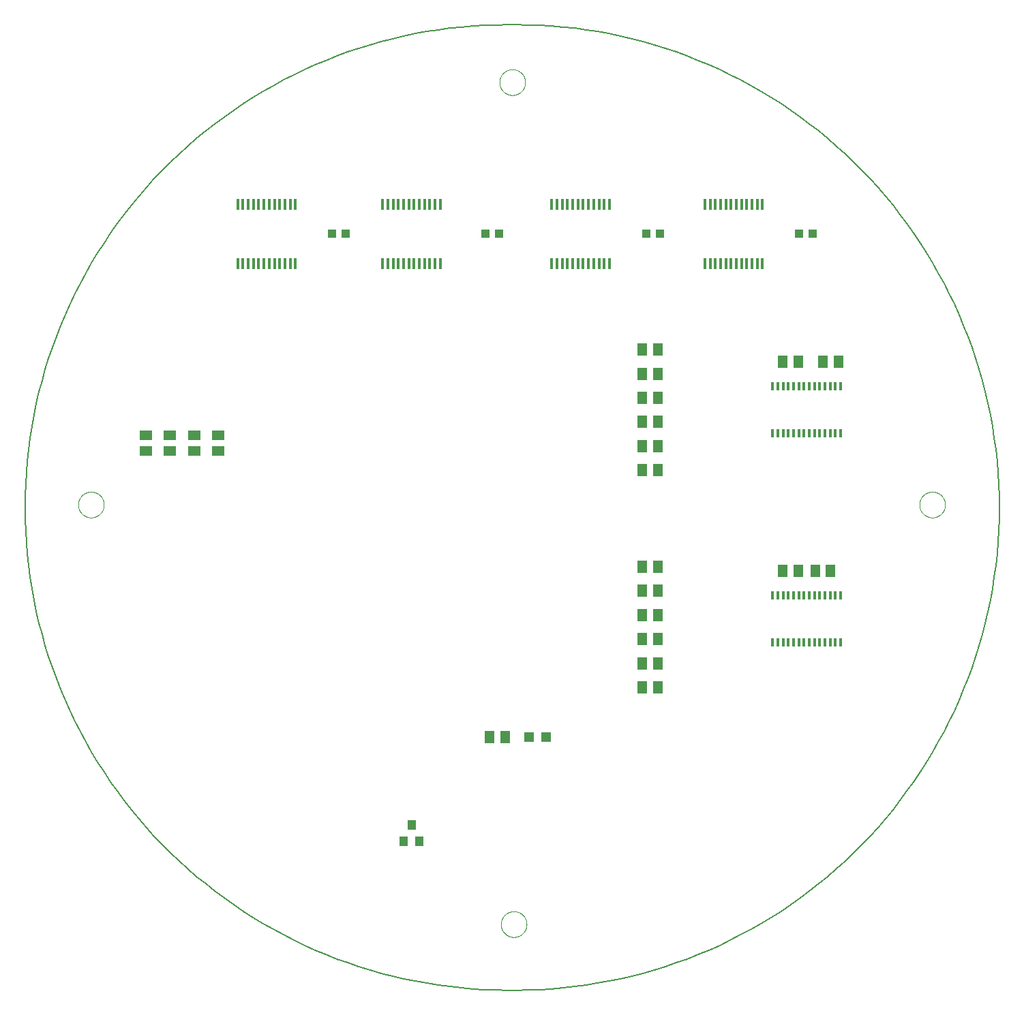
<source format=gtp>
G75*
%MOIN*%
%OFA0B0*%
%FSLAX25Y25*%
%IPPOS*%
%LPD*%
%AMOC8*
5,1,8,0,0,1.08239X$1,22.5*
%
%ADD10C,0.00600*%
%ADD11C,0.00000*%
%ADD12R,0.01370X0.05500*%
%ADD13R,0.04331X0.03937*%
%ADD14R,0.01200X0.03900*%
%ADD15R,0.05118X0.05906*%
%ADD16R,0.05906X0.05118*%
%ADD17R,0.03937X0.05000*%
%ADD18R,0.04724X0.04724*%
D10*
X0237520Y0001300D02*
X0241457Y0001300D01*
X0477677Y0237520D02*
X0477608Y0243228D01*
X0477401Y0248933D01*
X0477056Y0254631D01*
X0476574Y0260319D01*
X0475955Y0265993D01*
X0475198Y0271651D01*
X0474305Y0277289D01*
X0473276Y0282904D01*
X0472112Y0288493D01*
X0470813Y0294051D01*
X0469380Y0299577D01*
X0467814Y0305066D01*
X0466116Y0310516D01*
X0464286Y0315923D01*
X0462327Y0321285D01*
X0460238Y0326597D01*
X0458022Y0331858D01*
X0455679Y0337063D01*
X0453211Y0342211D01*
X0450619Y0347297D01*
X0447906Y0352319D01*
X0445071Y0357274D01*
X0442118Y0362159D01*
X0439048Y0366972D01*
X0435862Y0371708D01*
X0432563Y0376367D01*
X0429152Y0380944D01*
X0425632Y0385437D01*
X0422004Y0389845D01*
X0418270Y0394163D01*
X0414434Y0398390D01*
X0410496Y0402522D01*
X0406459Y0406559D01*
X0402327Y0410497D01*
X0398100Y0414333D01*
X0393782Y0418067D01*
X0389374Y0421695D01*
X0384881Y0425215D01*
X0380304Y0428626D01*
X0375645Y0431925D01*
X0370909Y0435111D01*
X0366096Y0438181D01*
X0361211Y0441134D01*
X0356256Y0443969D01*
X0351234Y0446682D01*
X0346148Y0449274D01*
X0341000Y0451742D01*
X0335795Y0454085D01*
X0330534Y0456301D01*
X0325222Y0458390D01*
X0319860Y0460349D01*
X0314453Y0462179D01*
X0309003Y0463877D01*
X0303514Y0465443D01*
X0297988Y0466876D01*
X0292430Y0468175D01*
X0286841Y0469339D01*
X0281226Y0470368D01*
X0275588Y0471261D01*
X0269930Y0472018D01*
X0264256Y0472637D01*
X0258568Y0473119D01*
X0252870Y0473464D01*
X0247165Y0473671D01*
X0241457Y0473740D01*
X0241457Y0473741D02*
X0237520Y0473741D01*
X0001300Y0237520D02*
X0001369Y0231812D01*
X0001576Y0226107D01*
X0001921Y0220409D01*
X0002403Y0214721D01*
X0003022Y0209047D01*
X0003779Y0203389D01*
X0004672Y0197751D01*
X0005701Y0192136D01*
X0006865Y0186547D01*
X0008164Y0180989D01*
X0009597Y0175463D01*
X0011163Y0169974D01*
X0012861Y0164524D01*
X0014691Y0159117D01*
X0016650Y0153755D01*
X0018739Y0148443D01*
X0020955Y0143182D01*
X0023298Y0137977D01*
X0025766Y0132829D01*
X0028358Y0127743D01*
X0031071Y0122721D01*
X0033906Y0117766D01*
X0036859Y0112881D01*
X0039929Y0108068D01*
X0043115Y0103332D01*
X0046414Y0098673D01*
X0049825Y0094096D01*
X0053345Y0089603D01*
X0056973Y0085195D01*
X0060707Y0080877D01*
X0064543Y0076650D01*
X0068481Y0072518D01*
X0072518Y0068481D01*
X0076650Y0064543D01*
X0080877Y0060707D01*
X0085195Y0056973D01*
X0089603Y0053345D01*
X0094096Y0049825D01*
X0098673Y0046414D01*
X0103332Y0043115D01*
X0108068Y0039929D01*
X0112881Y0036859D01*
X0117766Y0033906D01*
X0122721Y0031071D01*
X0127743Y0028358D01*
X0132829Y0025766D01*
X0137977Y0023298D01*
X0143182Y0020955D01*
X0148443Y0018739D01*
X0153755Y0016650D01*
X0159117Y0014691D01*
X0164524Y0012861D01*
X0169974Y0011163D01*
X0175463Y0009597D01*
X0180989Y0008164D01*
X0186547Y0006865D01*
X0192136Y0005701D01*
X0197751Y0004672D01*
X0203389Y0003779D01*
X0209047Y0003022D01*
X0214721Y0002403D01*
X0220409Y0001921D01*
X0226107Y0001576D01*
X0231812Y0001369D01*
X0237520Y0001300D01*
X0001300Y0237520D02*
X0001369Y0243228D01*
X0001576Y0248933D01*
X0001921Y0254631D01*
X0002403Y0260319D01*
X0003022Y0265993D01*
X0003779Y0271651D01*
X0004672Y0277289D01*
X0005701Y0282904D01*
X0006865Y0288493D01*
X0008164Y0294051D01*
X0009597Y0299577D01*
X0011163Y0305066D01*
X0012861Y0310516D01*
X0014691Y0315923D01*
X0016650Y0321285D01*
X0018739Y0326597D01*
X0020955Y0331858D01*
X0023298Y0337063D01*
X0025766Y0342211D01*
X0028358Y0347297D01*
X0031071Y0352319D01*
X0033906Y0357274D01*
X0036859Y0362159D01*
X0039929Y0366972D01*
X0043115Y0371708D01*
X0046414Y0376367D01*
X0049825Y0380944D01*
X0053345Y0385437D01*
X0056973Y0389845D01*
X0060707Y0394163D01*
X0064543Y0398390D01*
X0068481Y0402522D01*
X0072518Y0406559D01*
X0076650Y0410497D01*
X0080877Y0414333D01*
X0085195Y0418067D01*
X0089603Y0421695D01*
X0094096Y0425215D01*
X0098673Y0428626D01*
X0103332Y0431925D01*
X0108068Y0435111D01*
X0112881Y0438181D01*
X0117766Y0441134D01*
X0122721Y0443969D01*
X0127743Y0446682D01*
X0132829Y0449274D01*
X0137977Y0451742D01*
X0143182Y0454085D01*
X0148443Y0456301D01*
X0153755Y0458390D01*
X0159117Y0460349D01*
X0164524Y0462179D01*
X0169974Y0463877D01*
X0175463Y0465443D01*
X0180989Y0466876D01*
X0186547Y0468175D01*
X0192136Y0469339D01*
X0197751Y0470368D01*
X0203389Y0471261D01*
X0209047Y0472018D01*
X0214721Y0472637D01*
X0220409Y0473119D01*
X0226107Y0473464D01*
X0231812Y0473671D01*
X0237520Y0473740D01*
X0477677Y0237520D02*
X0477608Y0231812D01*
X0477401Y0226107D01*
X0477056Y0220409D01*
X0476574Y0214721D01*
X0475955Y0209047D01*
X0475198Y0203389D01*
X0474305Y0197751D01*
X0473276Y0192136D01*
X0472112Y0186547D01*
X0470813Y0180989D01*
X0469380Y0175463D01*
X0467814Y0169974D01*
X0466116Y0164524D01*
X0464286Y0159117D01*
X0462327Y0153755D01*
X0460238Y0148443D01*
X0458022Y0143182D01*
X0455679Y0137977D01*
X0453211Y0132829D01*
X0450619Y0127743D01*
X0447906Y0122721D01*
X0445071Y0117766D01*
X0442118Y0112881D01*
X0439048Y0108068D01*
X0435862Y0103332D01*
X0432563Y0098673D01*
X0429152Y0094096D01*
X0425632Y0089603D01*
X0422004Y0085195D01*
X0418270Y0080877D01*
X0414434Y0076650D01*
X0410496Y0072518D01*
X0406459Y0068481D01*
X0402327Y0064543D01*
X0398100Y0060707D01*
X0393782Y0056973D01*
X0389374Y0053345D01*
X0384881Y0049825D01*
X0380304Y0046414D01*
X0375645Y0043115D01*
X0370909Y0039929D01*
X0366096Y0036859D01*
X0361211Y0033906D01*
X0356256Y0031071D01*
X0351234Y0028358D01*
X0346148Y0025766D01*
X0341000Y0023298D01*
X0335795Y0020955D01*
X0330534Y0018739D01*
X0325222Y0016650D01*
X0319860Y0014691D01*
X0314453Y0012861D01*
X0309003Y0011163D01*
X0303514Y0009597D01*
X0297988Y0008164D01*
X0292430Y0006865D01*
X0286841Y0005701D01*
X0281226Y0004672D01*
X0275588Y0003779D01*
X0269930Y0003022D01*
X0264256Y0002403D01*
X0258568Y0001921D01*
X0252870Y0001576D01*
X0247165Y0001369D01*
X0241457Y0001300D01*
D11*
X0233977Y0033583D02*
X0233979Y0033741D01*
X0233985Y0033899D01*
X0233995Y0034057D01*
X0234009Y0034215D01*
X0234027Y0034372D01*
X0234048Y0034529D01*
X0234074Y0034685D01*
X0234104Y0034841D01*
X0234137Y0034996D01*
X0234175Y0035149D01*
X0234216Y0035302D01*
X0234261Y0035454D01*
X0234310Y0035605D01*
X0234363Y0035754D01*
X0234419Y0035902D01*
X0234479Y0036048D01*
X0234543Y0036193D01*
X0234611Y0036336D01*
X0234682Y0036478D01*
X0234756Y0036618D01*
X0234834Y0036755D01*
X0234916Y0036891D01*
X0235000Y0037025D01*
X0235089Y0037156D01*
X0235180Y0037285D01*
X0235275Y0037412D01*
X0235372Y0037537D01*
X0235473Y0037659D01*
X0235577Y0037778D01*
X0235684Y0037895D01*
X0235794Y0038009D01*
X0235907Y0038120D01*
X0236022Y0038229D01*
X0236140Y0038334D01*
X0236261Y0038436D01*
X0236384Y0038536D01*
X0236510Y0038632D01*
X0236638Y0038725D01*
X0236768Y0038815D01*
X0236901Y0038901D01*
X0237036Y0038985D01*
X0237172Y0039064D01*
X0237311Y0039141D01*
X0237452Y0039213D01*
X0237594Y0039283D01*
X0237738Y0039348D01*
X0237884Y0039410D01*
X0238031Y0039468D01*
X0238180Y0039523D01*
X0238330Y0039574D01*
X0238481Y0039621D01*
X0238633Y0039664D01*
X0238786Y0039703D01*
X0238941Y0039739D01*
X0239096Y0039770D01*
X0239252Y0039798D01*
X0239408Y0039822D01*
X0239565Y0039842D01*
X0239723Y0039858D01*
X0239880Y0039870D01*
X0240039Y0039878D01*
X0240197Y0039882D01*
X0240355Y0039882D01*
X0240513Y0039878D01*
X0240672Y0039870D01*
X0240829Y0039858D01*
X0240987Y0039842D01*
X0241144Y0039822D01*
X0241300Y0039798D01*
X0241456Y0039770D01*
X0241611Y0039739D01*
X0241766Y0039703D01*
X0241919Y0039664D01*
X0242071Y0039621D01*
X0242222Y0039574D01*
X0242372Y0039523D01*
X0242521Y0039468D01*
X0242668Y0039410D01*
X0242814Y0039348D01*
X0242958Y0039283D01*
X0243100Y0039213D01*
X0243241Y0039141D01*
X0243380Y0039064D01*
X0243516Y0038985D01*
X0243651Y0038901D01*
X0243784Y0038815D01*
X0243914Y0038725D01*
X0244042Y0038632D01*
X0244168Y0038536D01*
X0244291Y0038436D01*
X0244412Y0038334D01*
X0244530Y0038229D01*
X0244645Y0038120D01*
X0244758Y0038009D01*
X0244868Y0037895D01*
X0244975Y0037778D01*
X0245079Y0037659D01*
X0245180Y0037537D01*
X0245277Y0037412D01*
X0245372Y0037285D01*
X0245463Y0037156D01*
X0245552Y0037025D01*
X0245636Y0036891D01*
X0245718Y0036755D01*
X0245796Y0036618D01*
X0245870Y0036478D01*
X0245941Y0036336D01*
X0246009Y0036193D01*
X0246073Y0036048D01*
X0246133Y0035902D01*
X0246189Y0035754D01*
X0246242Y0035605D01*
X0246291Y0035454D01*
X0246336Y0035302D01*
X0246377Y0035149D01*
X0246415Y0034996D01*
X0246448Y0034841D01*
X0246478Y0034685D01*
X0246504Y0034529D01*
X0246525Y0034372D01*
X0246543Y0034215D01*
X0246557Y0034057D01*
X0246567Y0033899D01*
X0246573Y0033741D01*
X0246575Y0033583D01*
X0246573Y0033425D01*
X0246567Y0033267D01*
X0246557Y0033109D01*
X0246543Y0032951D01*
X0246525Y0032794D01*
X0246504Y0032637D01*
X0246478Y0032481D01*
X0246448Y0032325D01*
X0246415Y0032170D01*
X0246377Y0032017D01*
X0246336Y0031864D01*
X0246291Y0031712D01*
X0246242Y0031561D01*
X0246189Y0031412D01*
X0246133Y0031264D01*
X0246073Y0031118D01*
X0246009Y0030973D01*
X0245941Y0030830D01*
X0245870Y0030688D01*
X0245796Y0030548D01*
X0245718Y0030411D01*
X0245636Y0030275D01*
X0245552Y0030141D01*
X0245463Y0030010D01*
X0245372Y0029881D01*
X0245277Y0029754D01*
X0245180Y0029629D01*
X0245079Y0029507D01*
X0244975Y0029388D01*
X0244868Y0029271D01*
X0244758Y0029157D01*
X0244645Y0029046D01*
X0244530Y0028937D01*
X0244412Y0028832D01*
X0244291Y0028730D01*
X0244168Y0028630D01*
X0244042Y0028534D01*
X0243914Y0028441D01*
X0243784Y0028351D01*
X0243651Y0028265D01*
X0243516Y0028181D01*
X0243380Y0028102D01*
X0243241Y0028025D01*
X0243100Y0027953D01*
X0242958Y0027883D01*
X0242814Y0027818D01*
X0242668Y0027756D01*
X0242521Y0027698D01*
X0242372Y0027643D01*
X0242222Y0027592D01*
X0242071Y0027545D01*
X0241919Y0027502D01*
X0241766Y0027463D01*
X0241611Y0027427D01*
X0241456Y0027396D01*
X0241300Y0027368D01*
X0241144Y0027344D01*
X0240987Y0027324D01*
X0240829Y0027308D01*
X0240672Y0027296D01*
X0240513Y0027288D01*
X0240355Y0027284D01*
X0240197Y0027284D01*
X0240039Y0027288D01*
X0239880Y0027296D01*
X0239723Y0027308D01*
X0239565Y0027324D01*
X0239408Y0027344D01*
X0239252Y0027368D01*
X0239096Y0027396D01*
X0238941Y0027427D01*
X0238786Y0027463D01*
X0238633Y0027502D01*
X0238481Y0027545D01*
X0238330Y0027592D01*
X0238180Y0027643D01*
X0238031Y0027698D01*
X0237884Y0027756D01*
X0237738Y0027818D01*
X0237594Y0027883D01*
X0237452Y0027953D01*
X0237311Y0028025D01*
X0237172Y0028102D01*
X0237036Y0028181D01*
X0236901Y0028265D01*
X0236768Y0028351D01*
X0236638Y0028441D01*
X0236510Y0028534D01*
X0236384Y0028630D01*
X0236261Y0028730D01*
X0236140Y0028832D01*
X0236022Y0028937D01*
X0235907Y0029046D01*
X0235794Y0029157D01*
X0235684Y0029271D01*
X0235577Y0029388D01*
X0235473Y0029507D01*
X0235372Y0029629D01*
X0235275Y0029754D01*
X0235180Y0029881D01*
X0235089Y0030010D01*
X0235000Y0030141D01*
X0234916Y0030275D01*
X0234834Y0030411D01*
X0234756Y0030548D01*
X0234682Y0030688D01*
X0234611Y0030830D01*
X0234543Y0030973D01*
X0234479Y0031118D01*
X0234419Y0031264D01*
X0234363Y0031412D01*
X0234310Y0031561D01*
X0234261Y0031712D01*
X0234216Y0031864D01*
X0234175Y0032017D01*
X0234137Y0032170D01*
X0234104Y0032325D01*
X0234074Y0032481D01*
X0234048Y0032637D01*
X0234027Y0032794D01*
X0234009Y0032951D01*
X0233995Y0033109D01*
X0233985Y0033267D01*
X0233979Y0033425D01*
X0233977Y0033583D01*
X0027284Y0238898D02*
X0027286Y0239056D01*
X0027292Y0239214D01*
X0027302Y0239372D01*
X0027316Y0239530D01*
X0027334Y0239687D01*
X0027355Y0239844D01*
X0027381Y0240000D01*
X0027411Y0240156D01*
X0027444Y0240311D01*
X0027482Y0240464D01*
X0027523Y0240617D01*
X0027568Y0240769D01*
X0027617Y0240920D01*
X0027670Y0241069D01*
X0027726Y0241217D01*
X0027786Y0241363D01*
X0027850Y0241508D01*
X0027918Y0241651D01*
X0027989Y0241793D01*
X0028063Y0241933D01*
X0028141Y0242070D01*
X0028223Y0242206D01*
X0028307Y0242340D01*
X0028396Y0242471D01*
X0028487Y0242600D01*
X0028582Y0242727D01*
X0028679Y0242852D01*
X0028780Y0242974D01*
X0028884Y0243093D01*
X0028991Y0243210D01*
X0029101Y0243324D01*
X0029214Y0243435D01*
X0029329Y0243544D01*
X0029447Y0243649D01*
X0029568Y0243751D01*
X0029691Y0243851D01*
X0029817Y0243947D01*
X0029945Y0244040D01*
X0030075Y0244130D01*
X0030208Y0244216D01*
X0030343Y0244300D01*
X0030479Y0244379D01*
X0030618Y0244456D01*
X0030759Y0244528D01*
X0030901Y0244598D01*
X0031045Y0244663D01*
X0031191Y0244725D01*
X0031338Y0244783D01*
X0031487Y0244838D01*
X0031637Y0244889D01*
X0031788Y0244936D01*
X0031940Y0244979D01*
X0032093Y0245018D01*
X0032248Y0245054D01*
X0032403Y0245085D01*
X0032559Y0245113D01*
X0032715Y0245137D01*
X0032872Y0245157D01*
X0033030Y0245173D01*
X0033187Y0245185D01*
X0033346Y0245193D01*
X0033504Y0245197D01*
X0033662Y0245197D01*
X0033820Y0245193D01*
X0033979Y0245185D01*
X0034136Y0245173D01*
X0034294Y0245157D01*
X0034451Y0245137D01*
X0034607Y0245113D01*
X0034763Y0245085D01*
X0034918Y0245054D01*
X0035073Y0245018D01*
X0035226Y0244979D01*
X0035378Y0244936D01*
X0035529Y0244889D01*
X0035679Y0244838D01*
X0035828Y0244783D01*
X0035975Y0244725D01*
X0036121Y0244663D01*
X0036265Y0244598D01*
X0036407Y0244528D01*
X0036548Y0244456D01*
X0036687Y0244379D01*
X0036823Y0244300D01*
X0036958Y0244216D01*
X0037091Y0244130D01*
X0037221Y0244040D01*
X0037349Y0243947D01*
X0037475Y0243851D01*
X0037598Y0243751D01*
X0037719Y0243649D01*
X0037837Y0243544D01*
X0037952Y0243435D01*
X0038065Y0243324D01*
X0038175Y0243210D01*
X0038282Y0243093D01*
X0038386Y0242974D01*
X0038487Y0242852D01*
X0038584Y0242727D01*
X0038679Y0242600D01*
X0038770Y0242471D01*
X0038859Y0242340D01*
X0038943Y0242206D01*
X0039025Y0242070D01*
X0039103Y0241933D01*
X0039177Y0241793D01*
X0039248Y0241651D01*
X0039316Y0241508D01*
X0039380Y0241363D01*
X0039440Y0241217D01*
X0039496Y0241069D01*
X0039549Y0240920D01*
X0039598Y0240769D01*
X0039643Y0240617D01*
X0039684Y0240464D01*
X0039722Y0240311D01*
X0039755Y0240156D01*
X0039785Y0240000D01*
X0039811Y0239844D01*
X0039832Y0239687D01*
X0039850Y0239530D01*
X0039864Y0239372D01*
X0039874Y0239214D01*
X0039880Y0239056D01*
X0039882Y0238898D01*
X0039880Y0238740D01*
X0039874Y0238582D01*
X0039864Y0238424D01*
X0039850Y0238266D01*
X0039832Y0238109D01*
X0039811Y0237952D01*
X0039785Y0237796D01*
X0039755Y0237640D01*
X0039722Y0237485D01*
X0039684Y0237332D01*
X0039643Y0237179D01*
X0039598Y0237027D01*
X0039549Y0236876D01*
X0039496Y0236727D01*
X0039440Y0236579D01*
X0039380Y0236433D01*
X0039316Y0236288D01*
X0039248Y0236145D01*
X0039177Y0236003D01*
X0039103Y0235863D01*
X0039025Y0235726D01*
X0038943Y0235590D01*
X0038859Y0235456D01*
X0038770Y0235325D01*
X0038679Y0235196D01*
X0038584Y0235069D01*
X0038487Y0234944D01*
X0038386Y0234822D01*
X0038282Y0234703D01*
X0038175Y0234586D01*
X0038065Y0234472D01*
X0037952Y0234361D01*
X0037837Y0234252D01*
X0037719Y0234147D01*
X0037598Y0234045D01*
X0037475Y0233945D01*
X0037349Y0233849D01*
X0037221Y0233756D01*
X0037091Y0233666D01*
X0036958Y0233580D01*
X0036823Y0233496D01*
X0036687Y0233417D01*
X0036548Y0233340D01*
X0036407Y0233268D01*
X0036265Y0233198D01*
X0036121Y0233133D01*
X0035975Y0233071D01*
X0035828Y0233013D01*
X0035679Y0232958D01*
X0035529Y0232907D01*
X0035378Y0232860D01*
X0035226Y0232817D01*
X0035073Y0232778D01*
X0034918Y0232742D01*
X0034763Y0232711D01*
X0034607Y0232683D01*
X0034451Y0232659D01*
X0034294Y0232639D01*
X0034136Y0232623D01*
X0033979Y0232611D01*
X0033820Y0232603D01*
X0033662Y0232599D01*
X0033504Y0232599D01*
X0033346Y0232603D01*
X0033187Y0232611D01*
X0033030Y0232623D01*
X0032872Y0232639D01*
X0032715Y0232659D01*
X0032559Y0232683D01*
X0032403Y0232711D01*
X0032248Y0232742D01*
X0032093Y0232778D01*
X0031940Y0232817D01*
X0031788Y0232860D01*
X0031637Y0232907D01*
X0031487Y0232958D01*
X0031338Y0233013D01*
X0031191Y0233071D01*
X0031045Y0233133D01*
X0030901Y0233198D01*
X0030759Y0233268D01*
X0030618Y0233340D01*
X0030479Y0233417D01*
X0030343Y0233496D01*
X0030208Y0233580D01*
X0030075Y0233666D01*
X0029945Y0233756D01*
X0029817Y0233849D01*
X0029691Y0233945D01*
X0029568Y0234045D01*
X0029447Y0234147D01*
X0029329Y0234252D01*
X0029214Y0234361D01*
X0029101Y0234472D01*
X0028991Y0234586D01*
X0028884Y0234703D01*
X0028780Y0234822D01*
X0028679Y0234944D01*
X0028582Y0235069D01*
X0028487Y0235196D01*
X0028396Y0235325D01*
X0028307Y0235456D01*
X0028223Y0235590D01*
X0028141Y0235726D01*
X0028063Y0235863D01*
X0027989Y0236003D01*
X0027918Y0236145D01*
X0027850Y0236288D01*
X0027786Y0236433D01*
X0027726Y0236579D01*
X0027670Y0236727D01*
X0027617Y0236876D01*
X0027568Y0237027D01*
X0027523Y0237179D01*
X0027482Y0237332D01*
X0027444Y0237485D01*
X0027411Y0237640D01*
X0027381Y0237796D01*
X0027355Y0237952D01*
X0027334Y0238109D01*
X0027316Y0238266D01*
X0027302Y0238424D01*
X0027292Y0238582D01*
X0027286Y0238740D01*
X0027284Y0238898D01*
X0233288Y0445591D02*
X0233290Y0445749D01*
X0233296Y0445907D01*
X0233306Y0446065D01*
X0233320Y0446223D01*
X0233338Y0446380D01*
X0233359Y0446537D01*
X0233385Y0446693D01*
X0233415Y0446849D01*
X0233448Y0447004D01*
X0233486Y0447157D01*
X0233527Y0447310D01*
X0233572Y0447462D01*
X0233621Y0447613D01*
X0233674Y0447762D01*
X0233730Y0447910D01*
X0233790Y0448056D01*
X0233854Y0448201D01*
X0233922Y0448344D01*
X0233993Y0448486D01*
X0234067Y0448626D01*
X0234145Y0448763D01*
X0234227Y0448899D01*
X0234311Y0449033D01*
X0234400Y0449164D01*
X0234491Y0449293D01*
X0234586Y0449420D01*
X0234683Y0449545D01*
X0234784Y0449667D01*
X0234888Y0449786D01*
X0234995Y0449903D01*
X0235105Y0450017D01*
X0235218Y0450128D01*
X0235333Y0450237D01*
X0235451Y0450342D01*
X0235572Y0450444D01*
X0235695Y0450544D01*
X0235821Y0450640D01*
X0235949Y0450733D01*
X0236079Y0450823D01*
X0236212Y0450909D01*
X0236347Y0450993D01*
X0236483Y0451072D01*
X0236622Y0451149D01*
X0236763Y0451221D01*
X0236905Y0451291D01*
X0237049Y0451356D01*
X0237195Y0451418D01*
X0237342Y0451476D01*
X0237491Y0451531D01*
X0237641Y0451582D01*
X0237792Y0451629D01*
X0237944Y0451672D01*
X0238097Y0451711D01*
X0238252Y0451747D01*
X0238407Y0451778D01*
X0238563Y0451806D01*
X0238719Y0451830D01*
X0238876Y0451850D01*
X0239034Y0451866D01*
X0239191Y0451878D01*
X0239350Y0451886D01*
X0239508Y0451890D01*
X0239666Y0451890D01*
X0239824Y0451886D01*
X0239983Y0451878D01*
X0240140Y0451866D01*
X0240298Y0451850D01*
X0240455Y0451830D01*
X0240611Y0451806D01*
X0240767Y0451778D01*
X0240922Y0451747D01*
X0241077Y0451711D01*
X0241230Y0451672D01*
X0241382Y0451629D01*
X0241533Y0451582D01*
X0241683Y0451531D01*
X0241832Y0451476D01*
X0241979Y0451418D01*
X0242125Y0451356D01*
X0242269Y0451291D01*
X0242411Y0451221D01*
X0242552Y0451149D01*
X0242691Y0451072D01*
X0242827Y0450993D01*
X0242962Y0450909D01*
X0243095Y0450823D01*
X0243225Y0450733D01*
X0243353Y0450640D01*
X0243479Y0450544D01*
X0243602Y0450444D01*
X0243723Y0450342D01*
X0243841Y0450237D01*
X0243956Y0450128D01*
X0244069Y0450017D01*
X0244179Y0449903D01*
X0244286Y0449786D01*
X0244390Y0449667D01*
X0244491Y0449545D01*
X0244588Y0449420D01*
X0244683Y0449293D01*
X0244774Y0449164D01*
X0244863Y0449033D01*
X0244947Y0448899D01*
X0245029Y0448763D01*
X0245107Y0448626D01*
X0245181Y0448486D01*
X0245252Y0448344D01*
X0245320Y0448201D01*
X0245384Y0448056D01*
X0245444Y0447910D01*
X0245500Y0447762D01*
X0245553Y0447613D01*
X0245602Y0447462D01*
X0245647Y0447310D01*
X0245688Y0447157D01*
X0245726Y0447004D01*
X0245759Y0446849D01*
X0245789Y0446693D01*
X0245815Y0446537D01*
X0245836Y0446380D01*
X0245854Y0446223D01*
X0245868Y0446065D01*
X0245878Y0445907D01*
X0245884Y0445749D01*
X0245886Y0445591D01*
X0245884Y0445433D01*
X0245878Y0445275D01*
X0245868Y0445117D01*
X0245854Y0444959D01*
X0245836Y0444802D01*
X0245815Y0444645D01*
X0245789Y0444489D01*
X0245759Y0444333D01*
X0245726Y0444178D01*
X0245688Y0444025D01*
X0245647Y0443872D01*
X0245602Y0443720D01*
X0245553Y0443569D01*
X0245500Y0443420D01*
X0245444Y0443272D01*
X0245384Y0443126D01*
X0245320Y0442981D01*
X0245252Y0442838D01*
X0245181Y0442696D01*
X0245107Y0442556D01*
X0245029Y0442419D01*
X0244947Y0442283D01*
X0244863Y0442149D01*
X0244774Y0442018D01*
X0244683Y0441889D01*
X0244588Y0441762D01*
X0244491Y0441637D01*
X0244390Y0441515D01*
X0244286Y0441396D01*
X0244179Y0441279D01*
X0244069Y0441165D01*
X0243956Y0441054D01*
X0243841Y0440945D01*
X0243723Y0440840D01*
X0243602Y0440738D01*
X0243479Y0440638D01*
X0243353Y0440542D01*
X0243225Y0440449D01*
X0243095Y0440359D01*
X0242962Y0440273D01*
X0242827Y0440189D01*
X0242691Y0440110D01*
X0242552Y0440033D01*
X0242411Y0439961D01*
X0242269Y0439891D01*
X0242125Y0439826D01*
X0241979Y0439764D01*
X0241832Y0439706D01*
X0241683Y0439651D01*
X0241533Y0439600D01*
X0241382Y0439553D01*
X0241230Y0439510D01*
X0241077Y0439471D01*
X0240922Y0439435D01*
X0240767Y0439404D01*
X0240611Y0439376D01*
X0240455Y0439352D01*
X0240298Y0439332D01*
X0240140Y0439316D01*
X0239983Y0439304D01*
X0239824Y0439296D01*
X0239666Y0439292D01*
X0239508Y0439292D01*
X0239350Y0439296D01*
X0239191Y0439304D01*
X0239034Y0439316D01*
X0238876Y0439332D01*
X0238719Y0439352D01*
X0238563Y0439376D01*
X0238407Y0439404D01*
X0238252Y0439435D01*
X0238097Y0439471D01*
X0237944Y0439510D01*
X0237792Y0439553D01*
X0237641Y0439600D01*
X0237491Y0439651D01*
X0237342Y0439706D01*
X0237195Y0439764D01*
X0237049Y0439826D01*
X0236905Y0439891D01*
X0236763Y0439961D01*
X0236622Y0440033D01*
X0236483Y0440110D01*
X0236347Y0440189D01*
X0236212Y0440273D01*
X0236079Y0440359D01*
X0235949Y0440449D01*
X0235821Y0440542D01*
X0235695Y0440638D01*
X0235572Y0440738D01*
X0235451Y0440840D01*
X0235333Y0440945D01*
X0235218Y0441054D01*
X0235105Y0441165D01*
X0234995Y0441279D01*
X0234888Y0441396D01*
X0234784Y0441515D01*
X0234683Y0441637D01*
X0234586Y0441762D01*
X0234491Y0441889D01*
X0234400Y0442018D01*
X0234311Y0442149D01*
X0234227Y0442283D01*
X0234145Y0442419D01*
X0234067Y0442556D01*
X0233993Y0442696D01*
X0233922Y0442838D01*
X0233854Y0442981D01*
X0233790Y0443126D01*
X0233730Y0443272D01*
X0233674Y0443420D01*
X0233621Y0443569D01*
X0233572Y0443720D01*
X0233527Y0443872D01*
X0233486Y0444025D01*
X0233448Y0444178D01*
X0233415Y0444333D01*
X0233385Y0444489D01*
X0233359Y0444645D01*
X0233338Y0444802D01*
X0233320Y0444959D01*
X0233306Y0445117D01*
X0233296Y0445275D01*
X0233290Y0445433D01*
X0233288Y0445591D01*
X0438603Y0238898D02*
X0438605Y0239056D01*
X0438611Y0239214D01*
X0438621Y0239372D01*
X0438635Y0239530D01*
X0438653Y0239687D01*
X0438674Y0239844D01*
X0438700Y0240000D01*
X0438730Y0240156D01*
X0438763Y0240311D01*
X0438801Y0240464D01*
X0438842Y0240617D01*
X0438887Y0240769D01*
X0438936Y0240920D01*
X0438989Y0241069D01*
X0439045Y0241217D01*
X0439105Y0241363D01*
X0439169Y0241508D01*
X0439237Y0241651D01*
X0439308Y0241793D01*
X0439382Y0241933D01*
X0439460Y0242070D01*
X0439542Y0242206D01*
X0439626Y0242340D01*
X0439715Y0242471D01*
X0439806Y0242600D01*
X0439901Y0242727D01*
X0439998Y0242852D01*
X0440099Y0242974D01*
X0440203Y0243093D01*
X0440310Y0243210D01*
X0440420Y0243324D01*
X0440533Y0243435D01*
X0440648Y0243544D01*
X0440766Y0243649D01*
X0440887Y0243751D01*
X0441010Y0243851D01*
X0441136Y0243947D01*
X0441264Y0244040D01*
X0441394Y0244130D01*
X0441527Y0244216D01*
X0441662Y0244300D01*
X0441798Y0244379D01*
X0441937Y0244456D01*
X0442078Y0244528D01*
X0442220Y0244598D01*
X0442364Y0244663D01*
X0442510Y0244725D01*
X0442657Y0244783D01*
X0442806Y0244838D01*
X0442956Y0244889D01*
X0443107Y0244936D01*
X0443259Y0244979D01*
X0443412Y0245018D01*
X0443567Y0245054D01*
X0443722Y0245085D01*
X0443878Y0245113D01*
X0444034Y0245137D01*
X0444191Y0245157D01*
X0444349Y0245173D01*
X0444506Y0245185D01*
X0444665Y0245193D01*
X0444823Y0245197D01*
X0444981Y0245197D01*
X0445139Y0245193D01*
X0445298Y0245185D01*
X0445455Y0245173D01*
X0445613Y0245157D01*
X0445770Y0245137D01*
X0445926Y0245113D01*
X0446082Y0245085D01*
X0446237Y0245054D01*
X0446392Y0245018D01*
X0446545Y0244979D01*
X0446697Y0244936D01*
X0446848Y0244889D01*
X0446998Y0244838D01*
X0447147Y0244783D01*
X0447294Y0244725D01*
X0447440Y0244663D01*
X0447584Y0244598D01*
X0447726Y0244528D01*
X0447867Y0244456D01*
X0448006Y0244379D01*
X0448142Y0244300D01*
X0448277Y0244216D01*
X0448410Y0244130D01*
X0448540Y0244040D01*
X0448668Y0243947D01*
X0448794Y0243851D01*
X0448917Y0243751D01*
X0449038Y0243649D01*
X0449156Y0243544D01*
X0449271Y0243435D01*
X0449384Y0243324D01*
X0449494Y0243210D01*
X0449601Y0243093D01*
X0449705Y0242974D01*
X0449806Y0242852D01*
X0449903Y0242727D01*
X0449998Y0242600D01*
X0450089Y0242471D01*
X0450178Y0242340D01*
X0450262Y0242206D01*
X0450344Y0242070D01*
X0450422Y0241933D01*
X0450496Y0241793D01*
X0450567Y0241651D01*
X0450635Y0241508D01*
X0450699Y0241363D01*
X0450759Y0241217D01*
X0450815Y0241069D01*
X0450868Y0240920D01*
X0450917Y0240769D01*
X0450962Y0240617D01*
X0451003Y0240464D01*
X0451041Y0240311D01*
X0451074Y0240156D01*
X0451104Y0240000D01*
X0451130Y0239844D01*
X0451151Y0239687D01*
X0451169Y0239530D01*
X0451183Y0239372D01*
X0451193Y0239214D01*
X0451199Y0239056D01*
X0451201Y0238898D01*
X0451199Y0238740D01*
X0451193Y0238582D01*
X0451183Y0238424D01*
X0451169Y0238266D01*
X0451151Y0238109D01*
X0451130Y0237952D01*
X0451104Y0237796D01*
X0451074Y0237640D01*
X0451041Y0237485D01*
X0451003Y0237332D01*
X0450962Y0237179D01*
X0450917Y0237027D01*
X0450868Y0236876D01*
X0450815Y0236727D01*
X0450759Y0236579D01*
X0450699Y0236433D01*
X0450635Y0236288D01*
X0450567Y0236145D01*
X0450496Y0236003D01*
X0450422Y0235863D01*
X0450344Y0235726D01*
X0450262Y0235590D01*
X0450178Y0235456D01*
X0450089Y0235325D01*
X0449998Y0235196D01*
X0449903Y0235069D01*
X0449806Y0234944D01*
X0449705Y0234822D01*
X0449601Y0234703D01*
X0449494Y0234586D01*
X0449384Y0234472D01*
X0449271Y0234361D01*
X0449156Y0234252D01*
X0449038Y0234147D01*
X0448917Y0234045D01*
X0448794Y0233945D01*
X0448668Y0233849D01*
X0448540Y0233756D01*
X0448410Y0233666D01*
X0448277Y0233580D01*
X0448142Y0233496D01*
X0448006Y0233417D01*
X0447867Y0233340D01*
X0447726Y0233268D01*
X0447584Y0233198D01*
X0447440Y0233133D01*
X0447294Y0233071D01*
X0447147Y0233013D01*
X0446998Y0232958D01*
X0446848Y0232907D01*
X0446697Y0232860D01*
X0446545Y0232817D01*
X0446392Y0232778D01*
X0446237Y0232742D01*
X0446082Y0232711D01*
X0445926Y0232683D01*
X0445770Y0232659D01*
X0445613Y0232639D01*
X0445455Y0232623D01*
X0445298Y0232611D01*
X0445139Y0232603D01*
X0444981Y0232599D01*
X0444823Y0232599D01*
X0444665Y0232603D01*
X0444506Y0232611D01*
X0444349Y0232623D01*
X0444191Y0232639D01*
X0444034Y0232659D01*
X0443878Y0232683D01*
X0443722Y0232711D01*
X0443567Y0232742D01*
X0443412Y0232778D01*
X0443259Y0232817D01*
X0443107Y0232860D01*
X0442956Y0232907D01*
X0442806Y0232958D01*
X0442657Y0233013D01*
X0442510Y0233071D01*
X0442364Y0233133D01*
X0442220Y0233198D01*
X0442078Y0233268D01*
X0441937Y0233340D01*
X0441798Y0233417D01*
X0441662Y0233496D01*
X0441527Y0233580D01*
X0441394Y0233666D01*
X0441264Y0233756D01*
X0441136Y0233849D01*
X0441010Y0233945D01*
X0440887Y0234045D01*
X0440766Y0234147D01*
X0440648Y0234252D01*
X0440533Y0234361D01*
X0440420Y0234472D01*
X0440310Y0234586D01*
X0440203Y0234703D01*
X0440099Y0234822D01*
X0439998Y0234944D01*
X0439901Y0235069D01*
X0439806Y0235196D01*
X0439715Y0235325D01*
X0439626Y0235456D01*
X0439542Y0235590D01*
X0439460Y0235726D01*
X0439382Y0235863D01*
X0439308Y0236003D01*
X0439237Y0236145D01*
X0439169Y0236288D01*
X0439105Y0236433D01*
X0439045Y0236579D01*
X0438989Y0236727D01*
X0438936Y0236876D01*
X0438887Y0237027D01*
X0438842Y0237179D01*
X0438801Y0237332D01*
X0438763Y0237485D01*
X0438730Y0237640D01*
X0438700Y0237796D01*
X0438674Y0237952D01*
X0438653Y0238109D01*
X0438635Y0238266D01*
X0438621Y0238424D01*
X0438611Y0238582D01*
X0438605Y0238740D01*
X0438603Y0238898D01*
D12*
X0361831Y0356985D03*
X0359272Y0356985D03*
X0356713Y0356985D03*
X0354154Y0356985D03*
X0351595Y0356985D03*
X0349036Y0356985D03*
X0346477Y0356985D03*
X0343918Y0356985D03*
X0341359Y0356985D03*
X0338800Y0356985D03*
X0336241Y0356985D03*
X0333682Y0356985D03*
X0333682Y0385772D03*
X0336241Y0385772D03*
X0338800Y0385772D03*
X0341359Y0385772D03*
X0343918Y0385772D03*
X0346477Y0385772D03*
X0349036Y0385772D03*
X0351595Y0385772D03*
X0354154Y0385772D03*
X0356713Y0385772D03*
X0359272Y0385772D03*
X0361831Y0385772D03*
X0287028Y0385772D03*
X0284469Y0385772D03*
X0281910Y0385772D03*
X0279351Y0385772D03*
X0276792Y0385772D03*
X0274233Y0385772D03*
X0271674Y0385772D03*
X0269115Y0385772D03*
X0266556Y0385772D03*
X0263997Y0385772D03*
X0261438Y0385772D03*
X0258879Y0385772D03*
X0258879Y0356985D03*
X0261438Y0356985D03*
X0263997Y0356985D03*
X0266556Y0356985D03*
X0269115Y0356985D03*
X0271674Y0356985D03*
X0274233Y0356985D03*
X0276792Y0356985D03*
X0279351Y0356985D03*
X0281910Y0356985D03*
X0284469Y0356985D03*
X0287028Y0356985D03*
X0204351Y0356985D03*
X0201792Y0356985D03*
X0199233Y0356985D03*
X0196674Y0356985D03*
X0194115Y0356985D03*
X0191556Y0356985D03*
X0188997Y0356985D03*
X0186438Y0356985D03*
X0183879Y0356985D03*
X0181320Y0356985D03*
X0178761Y0356985D03*
X0176202Y0356985D03*
X0176202Y0385772D03*
X0178761Y0385772D03*
X0181320Y0385772D03*
X0183879Y0385772D03*
X0186438Y0385772D03*
X0188997Y0385772D03*
X0191556Y0385772D03*
X0194115Y0385772D03*
X0196674Y0385772D03*
X0199233Y0385772D03*
X0201792Y0385772D03*
X0204351Y0385772D03*
X0133485Y0385772D03*
X0130926Y0385772D03*
X0128367Y0385772D03*
X0125808Y0385772D03*
X0123249Y0385772D03*
X0120690Y0385772D03*
X0118131Y0385772D03*
X0115572Y0385772D03*
X0113013Y0385772D03*
X0110454Y0385772D03*
X0107894Y0385772D03*
X0105335Y0385772D03*
X0105335Y0356985D03*
X0107894Y0356985D03*
X0110454Y0356985D03*
X0113013Y0356985D03*
X0115572Y0356985D03*
X0118131Y0356985D03*
X0120690Y0356985D03*
X0123249Y0356985D03*
X0125808Y0356985D03*
X0128367Y0356985D03*
X0130926Y0356985D03*
X0133485Y0356985D03*
D13*
X0151497Y0371379D03*
X0158190Y0371379D03*
X0226300Y0371379D03*
X0232993Y0371379D03*
X0305040Y0371379D03*
X0311733Y0371379D03*
X0379843Y0371379D03*
X0386536Y0371379D03*
D14*
X0387324Y0296843D03*
X0389883Y0296843D03*
X0392442Y0296843D03*
X0395001Y0296843D03*
X0397560Y0296843D03*
X0400119Y0296843D03*
X0384765Y0296843D03*
X0382206Y0296843D03*
X0379646Y0296843D03*
X0377087Y0296843D03*
X0374528Y0296843D03*
X0371969Y0296843D03*
X0369410Y0296843D03*
X0366851Y0296843D03*
X0366851Y0273868D03*
X0369410Y0273868D03*
X0371969Y0273868D03*
X0374528Y0273868D03*
X0377087Y0273868D03*
X0379646Y0273868D03*
X0382206Y0273868D03*
X0384765Y0273868D03*
X0387324Y0273868D03*
X0389883Y0273868D03*
X0392442Y0273868D03*
X0395001Y0273868D03*
X0397560Y0273868D03*
X0400119Y0273868D03*
X0400119Y0194480D03*
X0397560Y0194480D03*
X0395001Y0194480D03*
X0392442Y0194480D03*
X0389883Y0194480D03*
X0387324Y0194480D03*
X0384765Y0194480D03*
X0382206Y0194480D03*
X0379646Y0194480D03*
X0377087Y0194480D03*
X0374528Y0194480D03*
X0371969Y0194480D03*
X0369410Y0194480D03*
X0366851Y0194480D03*
X0366851Y0171506D03*
X0369410Y0171506D03*
X0371969Y0171506D03*
X0374528Y0171506D03*
X0377087Y0171506D03*
X0379646Y0171506D03*
X0382206Y0171506D03*
X0384765Y0171506D03*
X0387324Y0171506D03*
X0389883Y0171506D03*
X0392442Y0171506D03*
X0395001Y0171506D03*
X0397560Y0171506D03*
X0400119Y0171506D03*
D15*
X0395099Y0206615D03*
X0387619Y0206615D03*
X0379351Y0206615D03*
X0371871Y0206615D03*
X0310650Y0208485D03*
X0303170Y0208485D03*
X0303170Y0196674D03*
X0310650Y0196674D03*
X0310650Y0184863D03*
X0303170Y0184863D03*
X0303170Y0173052D03*
X0310650Y0173052D03*
X0310650Y0161241D03*
X0303170Y0161241D03*
X0303170Y0149430D03*
X0310650Y0149430D03*
X0235946Y0125217D03*
X0228465Y0125217D03*
X0303170Y0255729D03*
X0310650Y0255729D03*
X0310650Y0267540D03*
X0303170Y0267540D03*
X0303170Y0279351D03*
X0310650Y0279351D03*
X0310650Y0291162D03*
X0303170Y0291162D03*
X0303170Y0302973D03*
X0310650Y0302973D03*
X0310650Y0314784D03*
X0303170Y0314784D03*
X0371871Y0308977D03*
X0379351Y0308977D03*
X0391556Y0308977D03*
X0399036Y0308977D03*
D16*
X0095788Y0272757D03*
X0095788Y0265276D03*
X0083977Y0265276D03*
X0083977Y0272757D03*
X0072166Y0272757D03*
X0072166Y0265276D03*
X0060355Y0265276D03*
X0060355Y0272757D03*
D17*
X0186536Y0074233D03*
X0194017Y0074233D03*
X0190276Y0082107D03*
D18*
X0247757Y0125217D03*
X0256024Y0125217D03*
M02*

</source>
